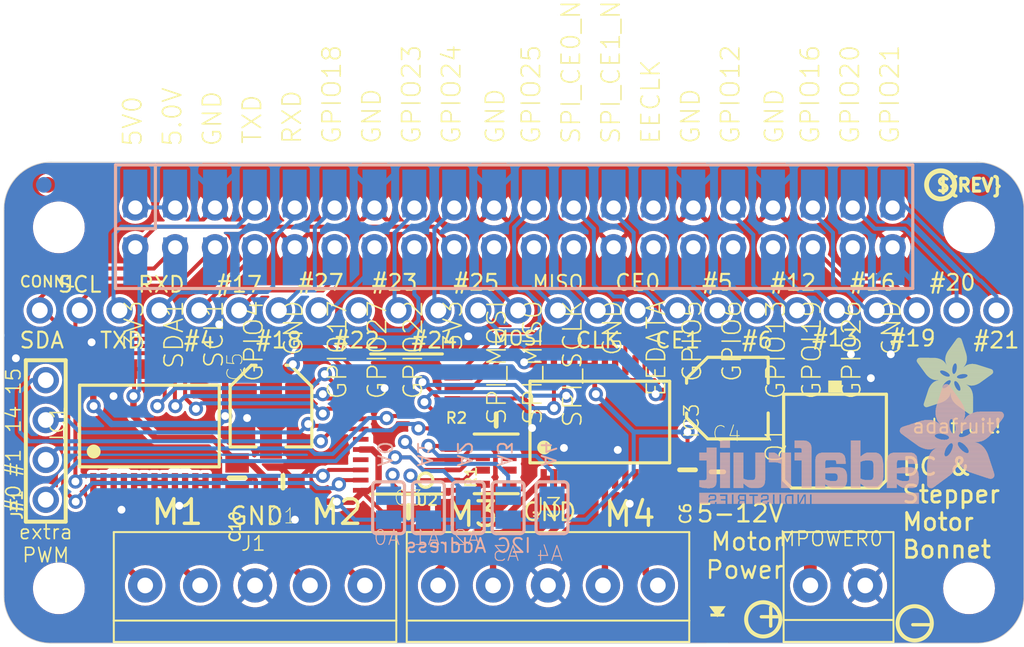
<source format=kicad_pcb>
(kicad_pcb (version 20221018) (generator pcbnew)
  (layers (0 "F.Cu" signal) (31 "B.Cu" signal) (34 "B.Paste" user) (35 "F.Paste" user) (36 "B.SilkS" user "B.Silkscreen") (37 "F.SilkS" user "F.Silkscreen") (38 "B.Mask" user) (39 "F.Mask" user) (44 "Edge.Cuts" user))
  (net 0 "")
  (net 1 "5.0V")
  (net 2 "SDA")
  (net 3 "SCL")
  (net 4 "GPIO4")
  (net 5 "GPIO17")
  (net 6 "GPIO27")
  (net 7 "GPIO22")
  (net 8 "SPI_MOSI")
  (net 9 "SPI_MISO")
  (net 10 "SPI_SCLK")
  (net 11 "GPIO5")
  (net 12 "GPIO6")
  (net 13 "GPIO13")
  (net 14 "GPIO19")
  (net 15 "GPIO26")
  (net 16 "3.3V")
  (net 17 "GND")
  (net 18 "TXD")
  (net 19 "RXD")
  (net 20 "GPIO18")
  (net 21 "GPIO24")
  (net 22 "GPIO25")
  (net 23 "SPI_CE0")
  (net 24 "SPI_CE1")
  (net 25 "EECLK")
  (net 26 "GPIO16")
  (net 27 "GPIO20")
  (net 28 "GPIO21")
  (net 29 "GPIO23")
  (net 30 "EEDATA")
  (net 31 "GPIO12")
  (net 32 "+12V")
  (net 33 "M1A")
  (net 34 "M1B")
  (net 35 "M2B")
  (net 36 "M2A")
  (net 37 "M3A")
  (net 38 "M3B")
  (net 39 "M4B")
  (net 40 "M4A")
  (net 41 "PWM0")
  (net 42 "PWM1")
  (net 43 "PWM2")
  (net 44 "PWM3")
  (net 45 "PWM4")
  (net 46 "PWM5")
  (net 47 "PWM6")
  (net 48 "PWM7")
  (net 49 "PWM8")
  (net 50 "PWM9")
  (net 51 "PWM10")
  (net 52 "PWM11")
  (net 53 "PWM12")
  (net 54 "PWM13")
  (net 55 "PWM14")
  (net 56 "PWM15")
  (net 57 "A0")
  (net 58 "A1")
  (net 59 "A2")
  (net 60 "A3")
  (net 61 "A4")
  (net 62 "VMOTOR")
  (net 63 "N$1")
  (footprint "working:1X2-3.5MM" (layer "F.Cu") (at 169.0871 116.6508)
    (fp_text reference "MPOWER0")
    (fp_text value "1X2-3.5MM" hide)
  )
  (footprint "working:0805-NO" (layer "F.Cu") (at 159.5621 109.2848 -90)
    (fp_text reference "C6")
    (fp_text value "10uF")
  )
  (footprint "working:D-PAK_TO252AA" (layer "F.Cu") (at 168.9601 106.6178 180)
    (fp_text reference "Q1")
    (fp_text value "AOD417")
  )
  (footprint "working:TSSOP28" (layer "F.Cu") (at 141.6551 106.3638 90)
    (fp_text reference "U2")
    (fp_text value "PCA9685")
  )
  (footprint "working:PI_BONNET_THMSMT" (layer "F.Cu") (at 116.0011 120.3338)
    (fp_text reference "RPI1" hide)
    (fp_text value "RASPBERRYPI_BPLUS_BONNET_THMSMT" hide)
    (fp_line (start 0 -27.6604) (end 0 -3) (stroke (width 0.05)) (layer "Edge.Cuts"))
    (fp_line (start 3 0) (end 62 0) (stroke (width 0.05)) (layer "Edge.Cuts"))
    (fp_line (start 62 -30.6604) (end 3 -30.6604) (stroke (width 0.05)) (layer "Edge.Cuts"))
    (fp_line (start 65 -3) (end 65 -27.6604) (stroke (width 0.05)) (layer "Edge.Cuts"))
    (fp_arc (start 0 -27.6604) (mid 0.87868 -29.78172) (end 3 -30.6604) (stroke (width 0.05)) (layer "Edge.Cuts"))
    (fp_arc (start 3 0) (mid 0.87868 -0.87868) (end 0 -3) (stroke (width 0.05)) (layer "Edge.Cuts"))
    (fp_arc (start 62 -30.6604) (mid 64.12132 -29.78172) (end 65 -27.6604) (stroke (width 0.05)) (layer "Edge.Cuts"))
    (fp_arc (start 65 -3) (mid 64.12132 -0.87868) (end 62 0) (stroke (width 0.05)) (layer "Edge.Cuts"))
  )
  (footprint "working:PANASONIC_C" (layer "F.Cu") (at 133.0191 105.2208 90)
    (fp_text reference "C5")
    (fp_text value "47uF+/16v")
  )
  (footprint "working:0603-NO" (layer "F.Cu") (at 147.3701 106.1098 180)
    (fp_text reference "R2")
    (fp_text value "10K")
  )
  (footprint "working:0603-NO" (layer "F.Cu") (at 161.4671 109.4118 90)
    (fp_text reference "R7" hide)
    (fp_text value "1K")
  )
  (footprint "working:0603-NO" (layer "F.Cu") (at 141.7821 111.9518)
    (fp_text reference "C3")
    (fp_text value "0.1uF")
  )
  (footprint "working:SSOP24" (layer "F.Cu") (at 125.2721 106.4908)
    (fp_text reference "IC1")
    (fp_text value "TB6612FNG")
  )
  (footprint "working:SSOP24" (layer "F.Cu") (at 153.9741 106.2368)
    (fp_text reference "IC3")
    (fp_text value "TB6612FNG")
  )
  (footprint "working:FIDUCIAL_1MM" (layer "F.Cu") (at 180.0091 116.6508)
    (fp_text reference "FID2" hide)
    (fp_text value "FIDUCIAL_1MM" hide)
  )
  (footprint "working:CHIPLED_0805_NOOUTLINE" (layer "F.Cu") (at 161.4671 118.3018 180)
    (fp_text reference "LED1" hide)
    (fp_text value "Green")
  )
  (footprint "working:1X05-3.5MM" (layer "F.Cu") (at 132.0031 116.6508)
    (fp_text reference "J1")
    (fp_text value "1X5" hide)
  )
  (footprint "working:FIDUCIAL_1MM" (layer "F.Cu") (at 118.7951 91.1238)
    (fp_text reference "FID1" hide)
    (fp_text value "FIDUCIAL_1MM" hide)
  )
  (footprint "working:PCBFEAT-REV-040" (layer "F.Cu") (at 175.6911 91.1238)
    (fp_text reference "U$6" hide)
    (fp_text value "" hide)
  )
  (footprint "working:FIDUCIAL_1MM" (layer "F.Cu") (at 117.0171 116.5238)
    (fp_text reference "FID3" hide)
    (fp_text value "FIDUCIAL_1MM" hide)
  )
  (footprint "working:0805-NO" (layer "F.Cu") (at 130.8601 109.7928 -90)
    (fp_text reference "C10")
    (fp_text value "10uF")
  )
  (footprint "working:1X04_ROUND" (layer "F.Cu") (at 118.6681 107.3798 90)
    (fp_text reference "JP1")
    (fp_text value "")
  )
  (footprint "working:PANASONIC_C" (layer "F.Cu") (at 162.1021 104.7128 180)
    (fp_text reference "C4")
    (fp_text value "47uF/16v")
  )
  (footprint "working:1X05-3.5MM" (layer "F.Cu") (at 150.6721 116.6508)
    (fp_text reference "J3")
    (fp_text value "1X5" hide)
  )
  (footprint "working:RESPACK_4X0603" (layer "F.Cu") (at 147.3701 108.9038 90)
    (fp_text reference "R1")
    (fp_text value "10K")
  )
  (footprint "working:1X25_ROUND_70MIL" (layer "F.Cu") (at 148.7671 99.1248)
    (fp_text reference "CONN1")
    (fp_text value "HEADER-1X25")
  )
  (footprint "working:ADAFRUIT_5MM" (layer "F.Cu") (at 174.1671 105.7288)
    (fp_text reference "U$51" hide)
    (fp_text value "" hide)
  )
  (footprint "working:0603-NO" (layer "F.Cu") (at 133.7811 110.0468)
    (fp_text reference "C1")
    (fp_text value "0.1uF")
  )
  (footprint "working:SOLDERJUMPER_REFLOW_NOPASTE" (layer "B.Cu") (at 143.0521 111.6978 90)
    (fp_text reference "A1")
    (fp_text value "" hide)
  )
  (footprint "working:ADAFRUIT_TEXT_20MM" (layer "B.Cu") (at 179.8821 111.4438 180)
    (fp_text reference "U$8" hide)
    (fp_text value "" hide)
  )
  (footprint "working:SOLDERJUMPER_REFLOW_NOPASTE" (layer "B.Cu") (at 145.5921 111.6978 90)
    (fp_text reference "A2")
    (fp_text value "" hide)
  )
  (footprint "working:SOLDERJUMPER_REFLOW_NOPASTE" (layer "B.Cu") (at 148.1321 111.6978 -90)
    (fp_text reference "A3")
    (fp_text value "" hide)
  )
  (footprint "working:SOLDERJUMPER_REFLOW_NOPASTE" (layer "B.Cu") (at 150.9261 111.6978 -90)
    (fp_text reference "A4")
    (fp_text value "" hide)
  )
  (footprint "working:SOLDERJUMPER_REFLOW_NOPASTE" (layer "B.Cu") (at 140.5121 111.6978 90)
    (fp_text reference "A0")
    (fp_text value "" hide)
  )
  (gr_line (start 117.3981 112.5868) (end 119.9381 112.5868) (stroke (width 0.254)) (layer "F.SilkS"))
  (gr_line (start 119.9381 112.5868) (end 119.9381 102.2998) (stroke (width 0.254)) (layer "F.SilkS"))
  (gr_line (start 119.9381 102.2998) (end 117.3981 102.2998) (stroke (width 0.254)) (layer "F.SilkS"))
  (gr_circle (center 174.0401 119.0638) (end 175.1325 119.0638) (stroke (width 0.254)) (fill none) (layer "F.SilkS"))
  (gr_line (start 117.3981 102.2998) (end 117.3981 112.5868) (stroke (width 0.254)) (layer "F.SilkS"))
  (gr_circle (center 164.3881 118.8098) (end 165.4805 118.8098) (stroke (width 0.254)) (fill none) (layer "F.SilkS"))
  (gr_line (start 116.0011 100.7758) (end 116.0011 100.6488) (stroke (width 0.05)) (layer "Edge.Cuts"))
  (gr_text "A4" (at 150.6721 108.2688 -90) (layer "B.SilkS") (effects (font (size 0.89408 0.89408) (thickness 0.12192)) (justify mirror)))
  (gr_text "A2" (at 145.3381 108.2688 -90) (layer "B.SilkS") (effects (font (size 0.89408 0.89408) (thickness 0.12192)) (justify mirror)))
  (gr_text "A3" (at 147.8781 108.2688 -90) (layer "B.SilkS") (effects (font (size 0.89408 0.89408) (thickness 0.12192)) (justify mirror)))
  (gr_text "I2C Address" (at 145.5921 114.1108) (layer "B.SilkS") (effects (font (size 0.89408 0.89408) (thickness 0.12192)) (justify mirror)))
  (gr_text "A0" (at 140.2581 108.2688 -90) (layer "B.SilkS") (effects (font (size 0.89408 0.89408) (thickness 0.12192)) (justify mirror)))
  (gr_text "A1" (at 142.7981 108.2688 -90) (layer "B.SilkS") (effects (font (size 0.89408 0.89408) (thickness 0.12192)) (justify mirror)))
  (gr_text "15" (at 117.1441 104.5858 90) (layer "F.SilkS") (effects (font (size 0.9144 0.9144) (thickness 0.1016)) (justify left bottom)))
  (gr_text "+" (at 163.7531 119.4448) (layer "F.SilkS") (effects (font (size 1.56464 1.56464) (thickness 0.21336)) (justify left bottom)))
  (gr_text "MOSI" (at 148.7671 100.9028) (layer "F.SilkS") (effects (font (size 0.89408 0.89408) (thickness 0.12192))))
  (gr_text "SDA" (at 118.4141 101.0298) (layer "F.SilkS") (effects (font (size 1.00584 1.00584) (thickness 0.13716))))
  (gr_text "#6" (at 164.0071 101.0298) (layer "F.SilkS") (effects (font (size 1.00584 1.00584) (thickness 0.13716))))
  (gr_text "DC &\nStepper\nMotor\nBonnet" (at 173.1511 114.9998) (layer "F.SilkS") (effects (font (size 1.0922 1.0922) (thickness 0.1778)) (justify left bottom)))
  (gr_text "#17" (at 130.9871 97.4738) (layer "F.SilkS") (effects (font (size 1.00584 1.00584) (thickness 0.13716))))
  (gr_text "#27" (at 136.1941 97.3468) (layer "F.SilkS") (effects (font (size 1.00584 1.00584) (thickness 0.13716))))
  (gr_text "adafruit!" (at 179.6281 105.9828) (layer "F.SilkS") (effects (font (size 0.89408 0.89408) (thickness 0.12192)) (justify right top)))
  (gr_text "#21" (at 179.2471 101.0298) (layer "F.SilkS") (effects (font (size 1.00584 1.00584) (thickness 0.13716))))
  (gr_text "RXD" (at 126.0341 97.4738) (layer "F.SilkS") (effects (font (size 1.00584 1.00584) (thickness 0.13716))))
  (gr_text "CE0" (at 156.3871 97.3468) (layer "F.SilkS") (effects (font (size 1.00584 1.00584) (thickness 0.13716))))
  (gr_text "#25" (at 146.1001 97.3468) (layer "F.SilkS") (effects (font (size 1.00584 1.00584) (thickness 0.13716))))
  (gr_text "SCL" (at 120.8271 97.4738) (layer "F.SilkS") (effects (font (size 1.00584 1.00584) (thickness 0.13716))))
  (gr_text "M3" (at 147.6241 111.1898) (layer "F.SilkS") (effects (font (size 1.56464 1.56464) (thickness 0.21336)) (justify right top)))
  (gr_text "M1" (at 128.8281 111.0628) (layer "F.SilkS") (effects (font (size 1.56464 1.56464) (thickness 0.21336)) (justify right top)))
  (gr_text "#13" (at 168.9601 100.9028) (layer "F.SilkS") (effects (font (size 1.00584 1.00584) (thickness 0.13716))))
  (gr_text "#19" (at 173.9131 100.9028) (layer "F.SilkS") (effects (font (size 1.00584 1.00584) (thickness 0.13716))))
  (gr_text "CLK" (at 153.8471 101.0298) (layer "F.SilkS") (effects (font (size 1.00584 1.00584) (thickness 0.13716))))
  (gr_text "#4" (at 128.4471 101.0298) (layer "F.SilkS") (effects (font (size 1.00584 1.00584) (thickness 0.13716))))
  (gr_text "#18" (at 133.5271 101.0298) (layer "F.SilkS") (effects (font (size 1.00584 1.00584) (thickness 0.13716))))
  (gr_text "#0" (at 117.1441 112.0788 90) (layer "F.SilkS") (effects (font (size 0.9144 0.9144) (thickness 0.1016)) (justify left bottom)))
  (gr_text "M2" (at 138.9881 111.0628) (layer "F.SilkS") (effects (font (size 1.56464 1.56464) (thickness 0.21336)) (justify right top)))
  (gr_text "GND" (at 152.5771 111.3168) (layer "F.SilkS") (effects (font (size 1.1176 1.1176) (thickness 0.1524)) (justify right top)))
  (gr_text "#22" (at 138.4801 101.0298) (layer "F.SilkS") (effects (font (size 1.00584 1.00584) (thickness 0.13716))))
  (gr_text "#1" (at 117.1441 109.7928 90) (layer "F.SilkS") (effects (font (size 0.9144 0.9144) (thickness 0.1016)) (justify left bottom)))
  (gr_text "#23" (at 140.8931 97.3468) (layer "F.SilkS") (effects (font (size 1.00584 1.00584) (thickness 0.13716))))
  (gr_text "#20" (at 176.4531 97.3468) (layer "F.SilkS") (effects (font (size 1.00584 1.00584) (thickness 0.13716))))
  (gr_text "-" (at 173.4051 119.9528) (layer "F.SilkS") (effects (font (size 1.56464 1.56464) (thickness 0.21336)) (justify left bottom)))
  (gr_text "#24" (at 143.4331 101.0298) (layer "F.SilkS") (effects (font (size 1.00584 1.00584) (thickness 0.13716))))
  (gr_text "extra\nPWM" (at 118.6681 113.9838) (layer "F.SilkS") (effects (font (size 0.9144 0.9144) (thickness 0.1016))))
  (gr_text "MISO" (at 151.3071 97.3468) (layer "F.SilkS") (effects (font (size 0.89408 0.89408) (thickness 0.12192))))
  (gr_text "#12" (at 166.2931 97.3468) (layer "F.SilkS") (effects (font (size 1.00584 1.00584) (thickness 0.13716))))
  (gr_text "TXD" (at 123.4941 101.0298) (layer "F.SilkS") (effects (font (size 1.00584 1.00584) (thickness 0.13716))))
  (gr_text "#5" (at 161.4671 97.3468) (layer "F.SilkS") (effects (font (size 1.00584 1.00584) (thickness 0.13716))))
  (gr_text "#16" (at 171.3731 97.3468) (layer "F.SilkS") (effects (font (size 1.00584 1.00584) (thickness 0.13716))))
  (gr_text "5-12V\nMotor\nPower" (at 165.7851 113.8568) (layer "F.SilkS") (effects (font (size 1.1176 1.1176) (thickness 0.1524)) (justify right)))
  (gr_text "CE1" (at 158.9271 101.0298) (layer "F.SilkS") (effects (font (size 1.00584 1.00584) (thickness 0.13716))))
  (gr_text "14" (at 117.1441 106.9988 90) (layer "F.SilkS") (effects (font (size 0.9144 0.9144) (thickness 0.1016)) (justify left bottom)))
  (gr_text "M4" (at 157.6571 111.1898) (layer "F.SilkS") (effects (font (size 1.56464 1.56464) (thickness 0.21336)) (justify right top)))
  (gr_text "GND" (at 133.9081 111.5708) (layer "F.SilkS") (effects (font (size 1.1176 1.1176) (thickness 0.1524)) (justify right top)))
  (segment (start 125.2581 92.5638) (end 124.3707 91.6764) (width 0.254) (layer "B.Cu") (net 1))
  (segment (start 124.3711 91.6768) (end 124.3711 92.5638) (width 0.254) (layer "B.Cu") (net 1))
  (segment (start 126.9111 91.6768) (end 126.9111 92.5638) (width 0.254) (layer "B.Cu") (net 1))
  (segment (start 126.9111 91.6768) (end 126.9107 91.6764) (width 0.254) (layer "B.Cu") (net 1))
  (segment (start 124.3711 91.6768) (end 124.3707 91.6764) (width 0.254) (layer "B.Cu") (net 1))
  (segment (start 126.9111 92.5638) (end 125.2581 92.5638) (width 0.254) (layer "B.Cu") (net 1))
  (segment (start 120.09835 109.37855) (end 119.77215 109.70475) (width 0.254) (layer "F.Cu") (net 2))
  (segment (start 125.5571 96.4578) (end 120.1921 96.4578) (width 0.254) (layer "F.Cu") (net 2))
  (segment (start 120.1921 96.4578) (end 118.2871 98.3628) (width 0.254) (layer "F.Cu") (net 2))
  (segment (start 119.77215 110.51585) (end 120.5731 111.3168) (width 0.254) (layer "F.Cu") (net 2))
  (segment (start 120.09835 100.68205) (end 120.09835 109.37855) (width 0.254) (layer "F.Cu") (net 2))
  (segment (start 118.5411 99.1248) (end 118.2871 99.1248) (width 0.254) (layer "F.Cu") (net 2))
  (segment (start 119.77215 109.70475) (end 119.77215 110.51585) (width 0.254) (layer "F.Cu") (net 2))
  (segment (start 118.2871 98.3628) (end 118.2871 99.1248) (width 0.254) (layer "F.Cu") (net 2))
  (segment (start 137.617312 109.9388) (end 137.348912 110.2072) (width 0.254) (layer "F.Cu") (net 2))
  (segment (start 118.5411 99.1248) (end 120.09835 100.68205) (width 0.254) (layer "F.Cu") (net 2))
  (segment (start 126.9111 95.1038) (end 125.5571 96.4578) (width 0.254) (layer "F.Cu") (net 2))
  (segment (start 138.7373 109.9388) (end 137.617312 109.9388) (width 0.254) (layer "F.Cu") (net 2))
  (via (at 120.5731 111.3168) (size 0.9064) (drill 0.5) (layers "F.Cu" "B.Cu") (net 2))
  (via (at 137.348912 110.2072) (size 0.9064) (drill 0.5) (layers "F.Cu" "B.Cu") (net 2))
  (segment (start 126.9111 95.994) (end 126.9107 95.9944) (width 0.254) (layer "B.Cu") (net 2))
  (segment (start 135.6353 110.123) (end 135.961496 110.449197) (width 0.254) (layer "B.Cu") (net 2))
  (segment (start 126.9111 95.1038) (end 126.9111 95.994) (width 0.254) (layer "B.Cu") (net 2))
  (segment (start 135.6353 110.123) (end 121.6399 110.123) (width 0.254) (layer "B.Cu") (net 2))
  (segment (start 135.961496 110.449197) (end 137.106915 110.449197) (width 0.254) (layer "B.Cu") (net 2))
  (segment (start 120.5731 111.3168) (end 120.4461 111.3168) (width 0.254) (layer "B.Cu") (net 2))
  (segment (start 121.6399 110.123) (end 120.4461 111.3168) (width 0.254) (layer "B.Cu") (net 2))
  (segment (start 137.106915 110.449197) (end 137.348912 110.2072) (width 0.254) (layer "B.Cu") (net 2))
  (segment (start 120.55555 99.39635) (end 120.55555 110.02925) (width 0.254) (layer "F.Cu") (net 3))
  (segment (start 120.8271 98.6168) (end 120.8271 99.1248) (width 0.254) (layer "F.Cu") (net 3))
  (segment (start 120.8271 99.1248) (end 120.55555 99.39635) (width 0.254) (layer "F.Cu") (net 3))
  (segment (start 127.4621 97.0928) (end 122.3511 97.0928) (width 0.254) (layer "F.Cu") (net 3))
  (segment (start 138.7373 109.2888) (end 136.6981 109.2888) (width 0.254) (layer "F.Cu") (net 3))
  (segment (start 122.3511 97.0928) (end 120.8271 98.6168) (width 0.254) (layer "F.Cu") (net 3))
  (segment (start 129.4511 95.1038) (end 127.4621 97.0928) (width 0.254) (layer "F.Cu") (net 3))
  (segment (start 136.6981 109.2888) (end 136.3211 109.6658) (width 0.254) (layer "F.Cu") (net 3))
  (via (at 120.55555 110.02925) (size 0.9064) (drill 0.5) (layers "F.Cu" "B.Cu") (net 3))
  (via (at 136.3211 109.6658) (size 0.9064) (drill 0.5) (layers "F.Cu" "B.Cu") (net 3))
  (segment (start 129.4511 95.1038) (end 129.4511 95.994) (width 0.254) (layer "B.Cu") (net 3))
  (segment (start 136.3211 109.6658) (end 120.919 109.6658) (width 0.254) (layer "B.Cu") (net 3))
  (segment (start 120.919 109.6658) (end 120.55555 110.02925) (width 0.254) (layer "B.Cu") (net 3))
  (segment (start 129.4511 95.994) (end 129.4507 95.9944) (width 0.254) (layer "B.Cu") (net 3))
  (segment (start 131.9911 95.5808) (end 128.4471 99.1248) (width 0.254) (layer "F.Cu") (net 4))
  (segment (start 131.9911 95.1038) (end 131.9911 95.5808) (width 0.254) (layer "F.Cu") (net 4))
  (segment (start 131.9911 95.1038) (end 131.9907 95.1042) (width 0.254) (layer "B.Cu") (net 4))
  (segment (start 131.9907 95.1042) (end 131.9907 95.9944) (width 0.254) (layer "B.Cu") (net 4))
  (segment (start 132.2571 97.8548) (end 130.9871 99.1248) (width 0.254) (layer "F.Cu") (net 5))
  (segment (start 137.0711 95.1038) (end 137.0711 97.1048) (width 0.254) (layer "F.Cu") (net 5))
  (segment (start 137.0711 97.1048) (end 136.3211 97.8548) (width 0.254) (layer "F.Cu") (net 5))
  (segment (start 136.3211 97.8548) (end 132.2571 97.8548) (width 0.254) (layer "F.Cu") (net 5))
  (segment (start 137.0707 95.1042) (end 137.0707 95.9944) (width 0.254) (layer "B.Cu") (net 5))
  (segment (start 137.0711 95.1038) (end 137.0707 95.1042) (width 0.254) (layer "B.Cu") (net 5))
  (segment (start 139.6107 95.9944) (end 139.6107 96.3432) (width 0.254) (layer "B.Cu") (net 6))
  (segment (start 136.8291 99.1248) (end 136.0671 99.1248) (width 0.254) (layer "B.Cu") (net 6))
  (segment (start 139.6111 95.1038) (end 139.6107 95.1042) (width 0.254) (layer "B.Cu") (net 6))
  (segment (start 139.6107 95.1042) (end 139.6107 95.9944) (width 0.254) (layer "B.Cu") (net 6))
  (segment (start 139.6107 96.3432) (end 136.8291 99.1248) (width 0.254) (layer "B.Cu") (net 6))
  (segment (start 142.1507 95.9944) (end 142.1507 98.0964) (width 0.254) (layer "B.Cu") (net 7))
  (segment (start 142.1507 95.1042) (end 142.1507 95.9944) (width 0.2032) (layer "B.Cu") (net 7))
  (segment (start 142.4171 98.3628) (end 142.4171 99.7598) (width 0.254) (layer "B.Cu") (net 7))
  (segment (start 139.8771 100.3948) (end 138.6071 99.1248) (width 0.254) (layer "B.Cu") (net 7))
  (segment (start 142.1511 95.1038) (end 142.1507 95.1042) (width 0.2032) (layer "B.Cu") (net 7))
  (segment (start 142.4171 99.7598) (end 141.7821 100.3948) (width 0.254) (layer "B.Cu") (net 7))
  (segment (start 142.1507 98.0964) (end 142.4171 98.3628) (width 0.254) (layer "B.Cu") (net 7))
  (segment (start 141.7821 100.3948) (end 139.8771 100.3948) (width 0.254) (layer "B.Cu") (net 7))
  (segment (start 147.2307 95.9944) (end 147.2311 95.9944) (width 0.254) (layer "B.Cu") (net 8))
  (segment (start 147.2311 95.9944) (end 147.2311 95.1038) (width 0.254) (layer "B.Cu") (net 8))
  (segment (start 147.2307 97.5884) (end 148.7671 99.1248) (width 0.254) (layer "B.Cu") (net 8))
  (segment (start 147.2307 95.9944) (end 147.2307 97.5884) (width 0.254) (layer "B.Cu") (net 8))
  (segment (start 149.7707 95.1042) (end 149.7707 95.9944) (width 0.254) (layer "B.Cu") (net 9))
  (segment (start 149.7707 95.9944) (end 149.7707 97.5884) (width 0.254) (layer "B.Cu") (net 9))
  (segment (start 149.7711 95.1038) (end 149.7707 95.1042) (width 0.254) (layer "B.Cu") (net 9))
  (segment (start 149.7707 97.5884) (end 151.3071 99.1248) (width 0.254) (layer "B.Cu") (net 9))
  (segment (start 152.3107 95.1042) (end 152.3107 95.9944) (width 0.254) (layer "B.Cu") (net 10))
  (segment (start 152.3111 95.1038) (end 152.3107 95.1042) (width 0.254) (layer "B.Cu") (net 10))
  (segment (start 152.3107 97.5884) (end 153.8471 99.1248) (width 0.254) (layer "B.Cu") (net 10))
  (segment (start 152.3107 95.9944) (end 152.3107 97.5884) (width 0.254) (layer "B.Cu") (net 10))
  (segment (start 159.9307 95.9944) (end 159.9307 97.5884) (width 0.254) (layer "B.Cu") (net 11))
  (segment (start 159.9307 95.1042) (end 159.9307 95.9944) (width 0.254) (layer "B.Cu") (net 11))
  (segment (start 159.9307 97.5884) (end 161.4671 99.1248) (width 0.254) (layer "B.Cu") (net 11))
  (segment (start 159.9311 95.1038) (end 159.9307 95.1042) (width 0.254) (layer "B.Cu") (net 11))
  (segment (start 162.4711 95.1038) (end 162.4711 95.994) (width 0.254) (layer "B.Cu") (net 12))
  (segment (start 162.4711 95.994) (end 162.4707 95.9944) (width 0.254) (layer "B.Cu") (net 12))
  (segment (start 162.4707 95.9944) (end 162.4707 97.5884) (width 0.254) (layer "B.Cu") (net 12))
  (segment (start 162.4707 97.5884) (end 164.0071 99.1248) (width 0.254) (layer "B.Cu") (net 12))
  (segment (start 167.8171 97.8548) (end 166.658125 97.8548) (width 0.254) (layer "B.Cu") (net 13))
  (segment (start 166.658125 97.8548) (end 165.0107 96.207375) (width 0.254) (layer "B.Cu") (net 13))
  (segment (start 165.0107 95.9944) (end 165.0107 96.207375) (width 0.254) (layer "B.Cu") (net 13))
  (segment (start 165.0111 95.1038) (end 165.0107 95.1042) (width 0.254) (layer "B.Cu") (net 13))
  (segment (start 165.0107 95.1042) (end 165.0107 95.9944) (width 0.254) (layer "B.Cu") (net 13))
  (segment (start 169.0871 99.1248) (end 167.8171 97.8548) (width 0.254) (layer "B.Cu") (net 13))
  (segment (start 174.1671 98.8708) (end 174.1671 99.1248) (width 0.254) (layer "F.Cu") (net 14))
  (segment (start 172.3891 97.0928) (end 169.540103 97.0928) (width 0.254) (layer "F.Cu") (net 14))
  (segment (start 174.1671 98.8708) (end 172.3891 97.0928) (width 0.254) (layer "F.Cu") (net 14))
  (segment (start 169.540103 97.0928) (end 167.5511 95.1038) (width 0.254) (layer "F.Cu") (net 14))
  (segment (start 167.5511 95.1038) (end 167.5507 95.1042) (width 0.254) (layer "B.Cu") (net 14))
  (segment (start 167.5507 95.1042) (end 167.5507 95.9944) (width 0.254) (layer "B.Cu") (net 14))
  (segment (start 170.0911 95.994) (end 170.0907 95.9944) (width 0.254) (layer "B.Cu") (net 15))
  (segment (start 170.0911 95.1038) (end 170.0911 95.994) (width 0.254) (layer "B.Cu") (net 15))
  (segment (start 140.1003 111.9518) (end 138.8457 110.6972) (width 0.254) (layer "F.Cu") (net 16))
  (segment (start 124.2561 104.5858) (end 124.2561 105.8558) (width 0.4064) (layer "F.Cu") (net 16))
  (segment (start 133.5271 111.3168) (end 132.9311 110.7208) (width 0.4064) (layer "F.Cu") (net 16))
  (segment (start 138.8457 110.6972) (end 138.7822 110.6337) (width 0.254) (layer "F.Cu") (net 16))
  (segment (start 125.6841 93.7908) (end 143.3781 93.7908) (width 0.254) (layer "F.Cu") (net 16))
  (segment (start 124.297096 104.544804) (end 124.2561 104.5858) (width 0.254) (layer "F.Cu") (net 16))
  (segment (start 138.8457 110.6972) (end 138.2261 111.3168) (width 0.4064) (layer "F.Cu") (net 16))
  (segment (start 139.8771 108.3958) (end 139.4701 107.9888) (width 0.4064) (layer "F.Cu") (net 16))
  (segment (start 129.2701 107.2528) (end 130.8601 108.8428) (width 0.4064) (layer "F.Cu") (net 16))
  (segment (start 125.6531 107.2528) (end 129.2701 107.2528) (width 0.4064) (layer "F.Cu") (net 16))
  (segment (start 139.8771 108.3958) (end 139.8771 110.0468) (width 0.4064) (layer "F.Cu") (net 16))
  (segment (start 153.7201 104.4588) (end 153.6491 104.3878) (width 0.3048) (layer "F.Cu") (net 16))
  (segment (start 124.2561 105.8558) (end 125.6531 107.2528) (width 0.4064) (layer "F.Cu") (net 16))
  (segment (start 159.5621 108.3348) (end 159.5621 106.8718) (width 0.254) (layer "F.Cu") (net 16))
  (segment (start 138.2261 111.3168) (end 137.2101 111.3168) (width 0.4064) (layer "F.Cu") (net 16))
  (segment (start 124.2971 104.5448) (end 124.2561 104.5858) (width 0.254) (layer "F.Cu") (net 16))
  (segment (start 124.2971 102.8658) (end 124.2971 104.5448) (width 0.254) (layer "F.Cu") (net 16))
  (segment (start 131.7271 108.8428) (end 130.8601 108.8428) (width 0.4064) (layer "F.Cu") (net 16))
  (segment (start 132.9311 110.0468) (end 132.9311 110.7208) (width 0.4064) (layer "F.Cu") (net 16))
  (segment (start 125.6841 93.7908) (end 124.3711 95.1038) (width 0.254) (layer "F.Cu") (net 16))
  (segment (start 140.9321 111.9518) (end 140.1003 111.9518) (width 0.254) (layer "F.Cu") (net 16))
  (segment (start 159.341609 108.11431) (end 159.5621 108.3348) (width 0.3048) (layer "F.Cu") (net 16))
  (segment (start 153.6491 102.6118) (end 152.9991 102.6118) (width 0.3048) (layer "F.Cu") (net 16))
  (segment (start 139.8771 110.0468) (end 139.2902 110.6337) (width 0.4064) (layer "F.Cu") (net 16))
  (segment (start 139.2902 110.6337) (end 138.7822 110.6337) (width 0.4064) (layer "F.Cu") (net 16))
  (segment (start 143.3781 93.7908) (end 144.6911 95.1038) (width 0.254) (layer "F.Cu") (net 16))
  (segment (start 153.6491 102.6118) (end 153.6491 104.3878) (width 0.3048) (layer "F.Cu") (net 16))
  (segment (start 132.9311 110.0468) (end 131.7271 108.8428) (width 0.4064) (layer "F.Cu") (net 16))
  (segment (start 137.2101 111.3168) (end 133.5271 111.3168) (width 0.4064) (layer "F.Cu") (net 16))
  (segment (start 138.7822 110.6337) (end 138.7373 110.5888) (width 0.254) (layer "F.Cu") (net 16))
  (segment (start 139.4701 107.9888) (end 138.7373 107.9888) (width 0.4064) (layer "F.Cu") (net 16))
  (segment (start 124.9471 102.8658) (end 124.2971 102.8658) (width 0.254) (layer "F.Cu") (net 16))
  (via (at 137.2101 111.3168) (size 0.9064) (drill 0.5) (layers "F.Cu" "B.Cu") (net 16))
  (via (at 159.5621 106.8718) (size 0.9064) (drill 0.5) (layers "F.Cu" "B.Cu") (net 16))
  (via (at 124.2561 104.5858) (size 0.9064) (drill 0.5) (layers "F.Cu" "B.Cu") (net 16))
  (via (at 153.7201 104.4588) (size 0.9064) (drill 0.5) (layers "F.Cu" "B.Cu") (net 16))
  (segment (start 124.6371 96.2608) (end 124.3707 95.9944) (width 0.254) (layer "B.Cu") (net 16))
  (segment (start 145.5921 112.4598) (end 143.0521 112.4598) (width 0.254) (layer "B.Cu") (net 16))
  (segment (start 148.1321 112.4598) (end 150.9261 112.4598) (width 0.254) (layer "B.Cu") (net 16))
  (segment (start 153.0851 112.4598) (end 150.9261 112.4598) (width 0.254) (layer "B.Cu") (net 16))
  (segment (start 145.5921 112.4598) (end 148.1321 112.4598) (width 0.254) (layer "B.Cu") (net 16))
  (segment (start 159.5621 106.8718) (end 156.1331 106.8718) (width 0.3048) (layer "B.Cu") (net 16))
  (segment (start 140.5121 112.4598) (end 138.3531 112.4598) (width 0.254) (layer "B.Cu") (net 16))
  (segment (start 124.6371 104.2048) (end 124.2561 104.5858) (width 0.254) (layer "B.Cu") (net 16))
  (segment (start 156.1331 106.8718) (end 156.1331 109.4118) (width 0.254) (layer "B.Cu") (net 16))
  (segment (start 156.1331 109.4118) (end 153.0851 112.4598) (width 0.254) (layer "B.Cu") (net 16))
  (segment (start 124.3711 95.994) (end 124.3707 95.9944) (width 0.254) (layer "B.Cu") (net 16))
  (segment (start 124.6371 96.2608) (end 124.6371 104.2048) (width 0.254) (layer "B.Cu") (net 16))
  (segment (start 124.3711 95.1038) (end 124.3711 95.994) (width 0.254) (layer "B.Cu") (net 16))
  (segment (start 143.0521 112.4598) (end 140.5121 112.4598) (width 0.254) (layer "B.Cu") (net 16))
  (segment (start 138.3531 112.4598) (end 137.2101 111.3168) (width 0.254) (layer "B.Cu") (net 16))
  (segment (start 144.6911 95.994) (end 144.6911 95.1038) (width 0.254) (layer "B.Cu") (net 16))
  (segment (start 156.1331 106.8718) (end 153.7201 104.4588) (width 0.3048) (layer "B.Cu") (net 16))
  (segment (start 144.6907 95.9944) (end 144.6911 95.994) (width 0.254) (layer "B.Cu") (net 16))
  (via (at 172.5161 101.9188) (size 0.9064) (drill 0.5) (layers "F.Cu" "B.Cu") (net 17))
  (via (at 123.4941 111.8248) (size 0.9064) (drill 0.5) (layers "F.Cu" "B.Cu") (net 17))
  (via (at 121.5891 101.1568) (size 0.9064) (drill 0.5) (layers "F.Cu" "B.Cu") (net 17))
  (via (at 145.5921 100.7758) (size 0.9064) (drill 0.5) (layers "F.Cu" "B.Cu") (net 17))
  (via (at 134.5431 112.4598) (size 0.9064) (drill 0.5) (layers "F.Cu" "B.Cu") (net 17))
  (via (at 129.7171 100.0138) (size 0.9064) (drill 0.5) (layers "F.Cu" "B.Cu") (net 17))
  (via (at 116.7631 102.1728) (size 0.9064) (drill 0.5) (layers "F.Cu" "B.Cu") (net 17))
  (via (at 151.6881 107.8878) (size 0.9064) (drill 0.5) (layers "F.Cu" "B.Cu") (net 17))
  (via (at 127.1771 111.5708) (size 0.9064) (drill 0.5) (layers "F.Cu" "B.Cu") (net 17))
  (via (at 171.2461 103.4428) (size 0.9064) (drill 0.5) (layers "F.Cu" "B.Cu") (net 17))
  (via (at 122.9861 104.5858) (size 0.9064) (drill 0.5) (layers "F.Cu" "B.Cu") (net 17))
  (via (at 155.1171 108.0148) (size 0.9064) (drill 0.5) (layers "F.Cu" "B.Cu") (net 17))
  (via (at 131.4951 105.9828) (size 0.9064) (drill 0.5) (layers "F.Cu" "B.Cu") (net 17))
  (via (at 149.6561 106.6178) (size 0.9064) (drill 0.5) (layers "F.Cu" "B.Cu") (net 17))
  (via (at 155.8791 111.4438) (size 0.9064) (drill 0.5) (layers "F.Cu" "B.Cu") (net 17))
  (via (at 140.2581 104.0778) (size 0.9064) (drill 0.5) (layers "F.Cu" "B.Cu") (net 17))
  (via (at 169.9761 101.9188) (size 0.9064) (drill 0.5) (layers "F.Cu" "B.Cu") (net 17))
  (segment (start 134.5307 95.1042) (end 134.5307 95.9944) (width 0.254) (layer "B.Cu") (net 17))
  (segment (start 129.4511 92.5638) (end 129.4507 92.5634) (width 0.254) (layer "B.Cu") (net 17))
  (segment (start 134.5311 95.1038) (end 134.5307 95.1042) (width 0.254) (layer "B.Cu") (net 17))
  (segment (start 129.4507 91.6764) (end 129.4507 92.5634) (width 0.254) (layer "B.Cu") (net 17))
  (segment (start 131.9911 92.6598) (end 130.8601 93.7908) (width 0.254) (layer "B.Cu") (net 18))
  (segment (start 123.3671 99.1248) (end 122.9861 98.7438) (width 0.254) (layer "B.Cu") (net 18))
  (segment (start 131.9911 92.5638) (end 131.9907 92.5634) (width 0.254) (layer "B.Cu") (net 18))
  (segment (start 130.8601 93.7908) (end 123.4941 93.7908) (width 0.254) (layer "B.Cu") (net 18))
  (segment (start 122.9861 94.2988) (end 122.9861 98.7438) (width 0.254) (layer "B.Cu") (net 18))
  (segment (start 131.9907 91.6764) (end 131.9907 92.5634) (width 0.254) (layer "B.Cu") (net 18))
  (segment (start 123.4941 93.7908) (end 122.9861 94.2988) (width 0.254) (layer "B.Cu") (net 18))
  (segment (start 131.9911 92.5638) (end 131.9911 92.6598) (width 0.254) (layer "B.Cu") (net 18))
  (segment (start 133.1595 97.578575) (end 132.781675 97.9564) (width 0.254) (layer "B.Cu") (net 19))
  (segment (start 134.5307 92.5634) (end 134.5311 92.5638) (width 0.254) (layer "B.Cu") (net 19))
  (segment (start 132.781675 97.9564) (end 127.963131 97.9564) (width 0.254) (layer "B.Cu") (net 19))
  (segment (start 134.5307 91.6764) (end 134.5307 92.5634) (width 0.254) (layer "B.Cu") (net 19))
  (segment (start 133.1595 94.619832) (end 133.1595 97.578575) (width 0.254) (layer "B.Cu") (net 19))
  (segment (start 127.937731 97.9818) (end 127.0501 97.9818) (width 0.254) (layer "B.Cu") (net 19))
  (segment (start 127.963131 97.9564) (end 127.937731 97.9818) (width 0.254) (layer "B.Cu") (net 19))
  (segment (start 134.5307 91.6764) (end 134.5307 93.1682) (width 0.254) (layer "B.Cu") (net 19))
  (segment (start 134.5307 93.1682) (end 133.1461 94.5528) (width 0.254) (layer "B.Cu") (net 19))
  (segment (start 133.1461 94.5528) (end 133.1461 94.606432) (width 0.254) (layer "B.Cu") (net 19))
  (segment (start 133.1461 94.606432) (end 133.1595 94.619832) (width 0.254) (layer "B.Cu") (net 19))
  (segment (start 127.0501 97.9818) (end 125.9071 99.1248) (width 0.254) (layer "B.Cu") (net 19))
  (segment (start 135.8131 93.8218) (end 135.8131 97.8548) (width 0.254) (layer "B.Cu") (net 20))
  (segment (start 137.0711 92.5638) (end 135.8131 93.8218) (width 0.254) (layer "B.Cu") (net 20))
  (segment (start 137.0707 91.6764) (end 137.0707 92.5634) (width 0.254) (layer "B.Cu") (net 20))
  (segment (start 134.7971 97.8548) (end 133.5271 99.1248) (width 0.254) (layer "B.Cu") (net 20))
  (segment (start 137.0711 92.5638) (end 137.0707 92.5634) (width 0.254) (layer "B.Cu") (net 20))
  (segment (start 135.8131 97.8548) (end 134.7971 97.8548) (width 0.254) (layer "B.Cu") (net 20))
  (segment (start 144.6907 91.6764) (end 144.6907 92.6602) (width 0.254) (layer "B.Cu") (net 21))
  (segment (start 143.6871 99.1248) (end 143.4331 98.8708) (width 0.254) (layer "B.Cu") (net 21))
  (segment (start 144.6907 91.6764) (end 144.6907 92.5634) (width 0.254) (layer "B.Cu") (net 21))
  (segment (start 144.6911 92.5638) (end 144.6907 92.5634) (width 0.254) (layer "B.Cu") (net 21))
  (segment (start 144.6907 92.6602) (end 143.4331 93.9178) (width 0.254) (layer "B.Cu") (net 21))
  (segment (start 143.4331 93.9178) (end 143.4331 98.8708) (width 0.254) (layer "B.Cu") (net 21))
  (segment (start 148.5131 93.8218) (end 148.5131 97.4738) (width 0.254) (layer "B.Cu") (net 22))
  (segment (start 149.7707 91.6764) (end 149.7707 92.5642) (width 0.254) (layer "B.Cu") (net 22))
  (segment (start 149.5291 100.3948) (end 147.4971 100.3948) (width 0.254) (layer "B.Cu") (net 22))
  (segment (start 150.1387 98.7438) (end 149.2435 97.8486) (width 0.254) (layer "B.Cu") (net 22))
  (segment (start 148.871925 97.8486) (end 148.6785 97.655175) (width 0.254) (layer "B.Cu") (net 22))
  (segment (start 149.7711 92.5638) (end 149.7707 92.5642) (width 0.254) (layer "B.Cu") (net 22))
  (segment (start 149.2435 97.8486) (end 148.871925 97.8486) (width 0.254) (layer "B.Cu") (net 22))
  (segment (start 147.4971 100.3948) (end 146.2271 99.1248) (width 0.254) (layer "B.Cu") (net 22))
  (segment (start 148.6785 97.6392) (end 148.6785 97.655175) (width 0.254) (layer "B.Cu") (net 22))
  (segment (start 149.7707 92.5642) (end 148.5131 93.8218) (width 0.254) (layer "B.Cu") (net 22))
  (segment (start 150.1387 98.7438) (end 150.1387 99.7852) (width 0.254) (layer "B.Cu") (net 22))
  (segment (start 150.1387 99.7852) (end 149.5291 100.3948) (width 0.254) (layer "B.Cu") (net 22))
  (segment (start 148.6785 97.6392) (end 148.5131 97.4738) (width 0.254) (layer "B.Cu") (net 22))
  (segment (start 154.8631 98.2358) (end 154.4759 97.8486) (width 0.254) (layer "B.Cu") (net 23))
  (segment (start 154.4759 97.8486) (end 153.951925 97.8486) (width 0.254) (layer "B.Cu") (net 23))
  (segment (start 153.5931 93.9178) (end 152.3107 92.6354) (width 0.254) (layer "B.Cu") (net 23))
  (segment (start 153.5931 93.9178) (end 153.5931 97.489775) (width 0.254) (layer "B.Cu") (net 23))
  (segment (start 153.951925 97.8486) (end 153.5931 97.489775) (width 0.254) (layer "B.Cu") (net 23))
  (segment (start 152.3107 91.6764) (end 152.3107 92.5634) (width 0.254) (layer "B.Cu") (net 23))
  (segment (start 156.3871 99.1248) (end 155.4981 98.2358) (width 0.254) (layer "B.Cu") (net 23))
  (segment (start 152.3111 92.5638) (end 152.3107 92.5634) (width 0.254) (layer "B.Cu") (net 23))
  (segment (start 152.3107 91.6764) (end 152.3107 92.6354) (width 0.254) (layer "B.Cu") (net 23))
  (segment (start 155.4981 98.2358) (end 154.8631 98.2358) (width 0.254) (layer "B.Cu") (net 23))
  (segment (start 156.1331 94.1718) (end 156.1331 97.489775) (width 0.254) (layer "B.Cu") (net 24))
  (segment (start 154.8507 91.6764) (end 154.8507 92.8894) (width 0.254) (layer "B.Cu") (net 24))
  (segment (start 156.8889 97.8486) (end 156.491925 97.8486) (width 0.254) (layer "B.Cu") (net 24))
  (segment (start 156.1331 94.1718) (end 154.8507 92.8894) (width 0.254) (layer "B.Cu") (net 24))
  (segment (start 158.9271 99.1248) (end 158.1651 99.1248) (width 0.254) (layer "B.Cu") (net 24))
  (segment (start 156.491925 97.8486) (end 156.1331 97.489775) (width 0.254) (layer "B.Cu") (net 24))
  (segment (start 154.8507 91.6764) (end 154.8507 92.5634) (width 0.254) (layer "B.Cu") (net 24))
  (segment (start 154.8511 92.5638) (end 154.8507 92.5634) (width 0.254) (layer "B.Cu") (net 24))
  (segment (start 158.1651 99.1248) (end 156.8889 97.8486) (width 0.254) (layer "B.Cu") (net 24))
  (segment (start 157.3911 91.6768) (end 157.3907 91.6764) (width 0.254) (layer "B.Cu") (net 25))
  (segment (start 157.3911 91.6768) (end 157.3911 92.5638) (width 0.254) (layer "B.Cu") (net 25))
  (segment (start 170.9921 99.1248) (end 169.7159 97.8486) (width 0.254) (layer "B.Cu") (net 26))
  (segment (start 167.5511 92.5638) (end 167.5507 92.5634) (width 0.254) (layer "B.Cu") (net 26))
  (segment (start 168.8331 94.1718) (end 167.5507 92.8894) (width 0.254) (layer "B.Cu") (net 26))
  (segment (start 171.6271 99.1248) (end 170.9921 99.1248) (width 0.254) (layer "B.Cu") (net 26))
  (segment (start 168.8331 94.1718) (end 168.8331 97.489775) (width 0.254) (layer "B.Cu") (net 26))
  (segment (start 167.5507 91.6764) (end 167.5507 92.8894) (width 0.254) (layer "B.Cu") (net 26))
  (segment (start 169.7159 97.8486) (end 169.191925 97.8486) (width 0.254) (layer "B.Cu") (net 26))
  (segment (start 169.191925 97.8486) (end 168.8331 97.489775) (width 0.254) (layer "B.Cu") (net 26))
  (segment (start 167.5507 91.6764) (end 167.5507 92.5634) (width 0.254) (layer "B.Cu") (net 26))
  (segment (start 173.4051 93.9178) (end 171.5001 93.9178) (width 0.254) (layer "B.Cu") (net 27))
  (segment (start 176.7071 97.2198) (end 173.4051 93.9178) (width 0.254) (layer "B.Cu") (net 27))
  (segment (start 170.0907 91.6764) (end 170.0907 92.5084) (width 0.254) (layer "B.Cu") (net 27))
  (segment (start 171.5001 93.9178) (end 170.0907 92.5084) (width 0.254) (layer "B.Cu") (net 27))
  (segment (start 170.0911 91.6768) (end 170.0907 91.6764) (width 0.254) (layer "B.Cu") (net 27))
  (segment (start 170.0911 91.6768) (end 170.0911 92.5638) (width 0.254) (layer "B.Cu") (net 27))
  (segment (start 176.7071 97.2198) (end 176.7071 99.1248) (width 0.254) (layer "B.Cu") (net 27))
  (segment (start 178.2311 97.2198) (end 178.1741 97.2198) (width 0.254) (layer "B.Cu") (net 28))
  (segment (start 172.6311 91.6768) (end 172.6307 91.6764) (width 0.254) (layer "B.Cu") (net 28))
  (segment (start 179.2471 98.2358) (end 178.2311 97.2198) (width 0.254) (layer "B.Cu") (net 28))
  (segment (start 172.6311 91.6768) (end 172.6311 92.5638) (width 0.254) (layer "B.Cu") (net 28))
  (segment (start 179.2471 98.2358) (end 179.2471 99.1248) (width 0.254) (layer "B.Cu") (net 28))
  (segment (start 178.1741 97.2198) (end 172.6307 91.6764) (width 0.254) (layer "B.Cu") (net 28))
  (segment (start 140.8931 94.1718) (end 140.8931 98.8708) (width 0.254) (layer "B.Cu") (net 29))
  (segment (start 142.1507 92.9142) (end 140.8931 94.1718) (width 0.254) (layer "B.Cu") (net 29))
  (segment (start 142.1507 91.6764) (end 142.1507 92.9142) (width 0.254) (layer "B.Cu") (net 29))
  (segment (start 142.1511 92.5638) (end 142.1507 92.5634) (width 0.254) (layer "B.Cu") (net 29))
  (segment (start 142.1507 91.6764) (end 142.1507 92.5634) (width 0.254) (layer "B.Cu") (net 29))
  (segment (start 141.1471 99.1248) (end 140.8931 98.8708) (width 0.254) (layer "B.Cu") (net 29))
  (segment (start 157.3911 95.994) (end 157.3907 95.9944) (width 0.254) (layer "B.Cu") (net 30))
  (segment (start 157.3911 95.1038) (end 157.3911 95.994) (width 0.254) (layer "B.Cu") (net 30))
  (segment (start 164.111925 97.8486) (end 163.7531 97.489775) (width 0.254) (layer "B.Cu") (net 31))
  (segment (start 163.7531 94.2988) (end 163.7531 97.489775) (width 0.254) (layer "B.Cu") (net 31))
  (segment (start 166.5471 99.1248) (end 166.1661 99.1248) (width 0.254) (layer "B.Cu") (net 31))
  (segment (start 162.4707 91.6764) (end 162.4707 93.0164) (width 0.254) (layer "B.Cu") (net 31))
  (segment (start 166.1661 99.1248) (end 164.8899 97.8486) (width 0.254) (layer "B.Cu") (net 31))
  (segment (start 163.7531 94.2988) (end 162.4707 93.0164) (width 0.254) (layer "B.Cu") (net 31))
  (segment (start 162.4711 92.1398) (end 162.4707 92.1394) (width 0.254) (layer "B.Cu") (net 31))
  (segment (start 164.8899 97.8486) (end 164.111925 97.8486) (width 0.254) (layer "B.Cu") (net 31))
  (segment (start 162.4707 91.6764) (end 162.4707 92.1394) (width 0.254) (layer "B.Cu") (net 31))
  (segment (start 162.4711 92.1398) (end 162.4711 92.5638) (width 0.254) (layer "B.Cu") (net 31))
  (segment (start 159.6501 104.7128) (end 157.5491 102.6118) (width 0.8128) (layer "F.Cu") (net 32))
  (segment (start 128.8471 102.8658) (end 128.1971 102.8658) (width 0.4064) (layer "F.Cu") (net 32))
  (segment (start 160.0521 104.7128) (end 159.7981 104.4588) (width 0.3048) (layer "F.Cu") (net 32))
  (segment (start 150.3991 102.6118) (end 149.3331 102.6118) (width 0.3048) (layer "F.Cu") (net 32))
  (segment (start 157.5491 102.6118) (end 156.8991 102.6118) (width 0.4064) (layer "F.Cu") (net 32))
  (segment (start 121.7161 105.2208) (end 121.6971 105.2018) (width 0.4064) (layer "F.Cu") (net 32))
  (segment (start 133.7991 103.1708) (end 133.0191 103.1708) (width 0.4064) (layer "F.Cu") (net 32))
  (segment (start 162.0761 101.8178) (end 160.0521 103.8418) (width 0.8128) (layer "F.Cu") (net 32))
  (segment (start 160.0521 103.8418) (end 160.0521 104.7128) (width 0.4064) (layer "F.Cu") (net 32))
  (segment (start 166.6801 101.8178) (end 162.0761 101.8178) (width 0.8128) (layer "F.Cu") (net 32))
  (segment (start 149.3331 102.6118) (end 149.1481 102.4268) (width 0.3048) (layer "F.Cu") (net 32))
  (segment (start 133.0191 103.1708) (end 129.9711 103.1708) (width 0.8128) (layer "F.Cu") (net 32))
  (segment (start 159.7981 104.4588) (end 157.5301 104.4588) (width 0.8128) (layer "F.Cu") (net 32))
  (segment (start 134.4161 102.5538) (end 133.7991 103.1708) (width 0.8128) (layer "F.Cu") (net 32))
  (segment (start 161.4671 106.1278) (end 161.4671 108.5618) (width 0.254) (layer "F.Cu") (net 32))
  (segment (start 121.6971 102.8658) (end 121.6971 105.2018) (width 0.4064) (layer "F.Cu") (net 32))
  (segment (start 130.0981 103.2978) (end 130.0981 105.8558) (width 0.4064) (layer "F.Cu") (net 32))
  (segment (start 160.0521 104.7128) (end 161.4671 106.1278) (width 0.254) (layer "F.Cu") (net 32))
  (segment (start 129.1521 103.1708) (end 128.8471 102.8658) (width 0.8128) (layer "F.Cu") (net 32))
  (segment (start 129.9711 103.1708) (end 129.1521 103.1708) (width 0.8128) (layer "F.Cu") (net 32))
  (segment (start 160.0521 104.7128) (end 159.6501 104.7128) (width 0.4064) (layer "F.Cu") (net 32))
  (segment (start 130.0981 103.2978) (end 129.9711 103.1708) (width 0.4064) (layer "F.Cu") (net 32))
  (via (at 130.0981 105.8558) (size 0.9064) (drill 0.5) (layers "F.Cu" "B.Cu") (net 32))
  (via (at 134.4161 102.5538) (size 0.9064) (drill 0.5) (layers "F.Cu" "B.Cu") (net 32))
  (via (at 157.5301 104.4588) (size 0.9064) (drill 0.5) (layers "F.Cu" "B.Cu") (net 32))
  (via (at 121.7161 105.2208) (size 0.9064) (drill 0.5) (layers "F.Cu" "B.Cu") (net 32))
  (via (at 149.1481 102.4268) (size 0.9064) (drill 0.5) (layers "F.Cu" "B.Cu") (net 32))
  (segment (start 134.8947 101.9482) (end 134.2891 102.5538) (width 0.4064) (layer "B.Cu") (net 32))
  (segment (start 157.5301 104.4588) (end 157.5301 104.2048) (width 0.8128) (layer "B.Cu") (net 32))
  (segment (start 122.8591 106.3638) (end 121.7161 105.2208) (width 0.4064) (layer "B.Cu") (net 32))
  (segment (start 157.5301 104.2048) (end 155.2441 101.9188) (width 0.8128) (layer "B.Cu") (net 32))
  (segment (start 129.7171 106.3638) (end 122.8591 106.3638) (width 0.4064) (layer "B.Cu") (net 32))
  (segment (start 134.4161 102.5538) (end 134.2891 102.5538) (width 0.4064) (layer "B.Cu") (net 32))
  (segment (start 130.0981 105.9828) (end 129.7171 106.3638) (width 0.4064) (layer "B.Cu") (net 32))
  (segment (start 148.6695 101.9482) (end 134.8947 101.9482) (width 0.8128) (layer "B.Cu") (net 32))
  (segment (start 149.1481 102.4268) (end 148.6695 101.9482) (width 0.8128) (layer "B.Cu") (net 32))
  (segment (start 149.6561 101.9188) (end 149.1481 102.4268) (width 0.8128) (layer "B.Cu") (net 32))
  (segment (start 155.2441 101.9188) (end 149.6561 101.9188) (width 0.8128) (layer "B.Cu") (net 32))
  (segment (start 130.0981 105.8558) (end 130.0981 105.9828) (width 0.4064) (layer "B.Cu") (net 32))
  (segment (start 125.0031 116.6508) (end 122.3471 113.9948) (width 0.4064) (layer "F.Cu") (net 33))
  (segment (start 122.3471 110.1158) (end 121.6971 110.1158) (width 0.4064) (layer "F.Cu") (net 33))
  (segment (start 122.3471 110.1158) (end 122.3471 113.9948) (width 0.4064) (layer "F.Cu") (net 33))
  (segment (start 124.9471 110.1158) (end 124.2971 110.1158) (width 0.4064) (layer "F.Cu") (net 34))
  (segment (start 124.9471 110.1158) (end 124.9471 110.115804) (width 0.254) (layer "F.Cu") (net 34))
  (segment (start 124.9471 110.115804) (end 124.9471 113.094797) (width 0.4064) (layer "F.Cu") (net 34))
  (segment (start 128.5031 116.6508) (end 124.9471 113.094797) (width 0.4064) (layer "F.Cu") (net 34))
  (segment (start 133.5271 114.6188) (end 128.8281 114.6188) (width 0.4064) (layer "F.Cu") (net 35))
  (segment (start 126.2471 110.1158) (end 126.2471 112.0378) (width 0.4064) (layer "F.Cu") (net 35))
  (segment (start 135.5031 116.5948) (end 133.5271 114.6188) (width 0.4064) (layer "F.Cu") (net 35))
  (segment (start 128.8281 114.6188) (end 126.2471 112.0378) (width 0.4064) (layer "F.Cu") (net 35))
  (segment (start 126.2471 110.1158) (end 125.5971 110.1158) (width 0.4064) (layer "F.Cu") (net 35))
  (segment (start 135.5031 116.5948) (end 135.5031 116.6508) (width 0.4064) (layer "F.Cu") (net 35))
  (segment (start 130.4791 113.4758) (end 134.1621 113.4758) (width 0.4064) (layer "F.Cu") (net 36))
  (segment (start 139.0031 116.6508) (end 136.4631 114.1108) (width 0.4064) (layer "F.Cu") (net 36))
  (segment (start 136.4631 114.1108) (end 134.7971 114.1108) (width 0.4064) (layer "F.Cu") (net 36))
  (segment (start 130.479096 113.475797) (end 130.4791 113.4758) (width 0.4064) (layer "F.Cu") (net 36))
  (segment (start 130.479096 113.475797) (end 130.2886 113.2853) (width 0.4064) (layer "F.Cu") (net 36))
  (segment (start 134.1621 113.4758) (end 134.7971 114.1108) (width 0.4064) (layer "F.Cu") (net 36))
  (segment (start 130.2886 113.2853) (end 128.8471 111.8438) (width 0.4064) (layer "F.Cu") (net 36))
  (segment (start 128.8471 110.1158) (end 128.8471 111.8438) (width 0.4064) (layer "F.Cu") (net 36))
  (segment (start 128.8471 110.1158) (end 128.1971 110.1158) (width 0.4064) (layer "F.Cu") (net 36))
  (segment (start 147.5471 112.7138) (end 146.6081 112.7138) (width 0.4064) (layer "F.Cu") (net 37))
  (segment (start 146.6081 112.7138) (end 143.6721 115.6498) (width 0.4064) (layer "F.Cu") (net 37))
  (segment (start 143.6721 115.6498) (end 143.6721 116.6508) (width 0.4064) (layer "F.Cu") (net 37))
  (segment (start 151.0491 109.8618) (end 150.3991 109.8618) (width 0.4064) (layer "F.Cu") (net 37))
  (segment (start 150.3991 109.8618) (end 147.5471 112.7138) (width 0.4064) (layer "F.Cu") (net 37))
  (segment (start 152.9991 109.8618) (end 152.9991 109.861804) (width 0.254) (layer "F.Cu") (net 38))
  (segment (start 150.4181 113.7298) (end 148.3861 113.7298) (width 0.4064) (layer "F.Cu") (net 38))
  (segment (start 152.9991 111.1488) (end 150.4181 113.7298) (width 0.4064) (layer "F.Cu") (net 38))
  (segment (start 148.3861 113.7298) (end 147.1721 114.9438) (width 0.4064) (layer "F.Cu") (net 38))
  (segment (start 147.1721 114.9438) (end 147.1721 116.6508) (width 0.4064) (layer "F.Cu") (net 38))
  (segment (start 153.6491 109.8618) (end 152.9991 109.8618) (width 0.4064) (layer "F.Cu") (net 38))
  (segment (start 152.9991 109.861804) (end 152.9991 111.1488) (width 0.4064) (layer "F.Cu") (net 38))
  (segment (start 154.2991 116.5238) (end 154.1721 116.6508) (width 0.4064) (layer "F.Cu") (net 39))
  (segment (start 154.2991 109.8618) (end 154.2991 116.5238) (width 0.4064) (layer "F.Cu") (net 39))
  (segment (start 154.9491 109.8618) (end 154.2991 109.8618) (width 0.4064) (layer "F.Cu") (net 39))
  (segment (start 157.5491 109.8618) (end 156.8991 109.8618) (width 0.4064) (layer "F.Cu") (net 40))
  (segment (start 156.8991 109.8618) (end 156.8991 115.8778) (width 0.4064) (layer "F.Cu") (net 40))
  (segment (start 157.6721 116.6508) (end 156.8991 115.8778) (width 0.4064) (layer "F.Cu") (net 40))
  (segment (start 142.4171 106.6392) (end 143.061918 106.6392) (width 0.254) (layer "F.Cu") (net 41))
  (segment (start 143.911681 107.3388) (end 144.5729 107.3388) (width 0.254) (layer "F.Cu") (net 41))
  (segment (start 143.061918 106.6392) (end 143.726318 107.3036) (width 0.254) (layer "F.Cu") (net 41))
  (segment (start 143.876481 107.3036) (end 143.911681 107.3388) (width 0.254) (layer "F.Cu") (net 41))
  (segment (start 143.726318 107.3036) (end 143.876481 107.3036) (width 0.254) (layer "F.Cu") (net 41))
  (via (at 142.4171 106.6392) (size 0.9064) (drill 0.5) (layers "F.Cu" "B.Cu") (net 41))
  (segment (start 120.7509 108.726) (end 118.6681 110.8088) (width 0.254) (layer "B.Cu") (net 41))
  (segment (start 142.4171 106.6392) (end 142.1417 106.3638) (width 0.254) (layer "B.Cu") (net 41))
  (segment (start 118.6681 110.8088) (end 118.6681 111.1898) (width 0.254) (layer "B.Cu") (net 41))
  (segment (start 139.105281 106.7662) (end 137.145481 108.726) (width 0.254) (layer "B.Cu") (net 41))
  (segment (start 140.7096 106.7662) (end 139.105281 106.7662) (width 0.254) (layer "B.Cu") (net 41))
  (segment (start 137.145481 108.726) (end 120.7509 108.726) (width 0.254) (layer "B.Cu") (net 41))
  (segment (start 142.1417 106.3638) (end 141.112 106.3638) (width 0.254) (layer "B.Cu") (net 41))
  (segment (start 141.112 106.3638) (end 140.7096 106.7662) (width 0.254) (layer "B.Cu") (net 41))
  (segment (start 143.7581 106.6888) (end 142.9251 105.8558) (width 0.254) (layer "F.Cu") (net 42))
  (segment (start 144.5729 106.6888) (end 143.7581 106.6888) (width 0.254) (layer "F.Cu") (net 42))
  (segment (start 142.9251 105.8558) (end 140.5121 105.8558) (width 0.254) (layer "F.Cu") (net 42))
  (segment (start 140.5121 105.8558) (end 140.3851 105.9828) (width 0.254) (layer "F.Cu") (net 42))
  (via (at 140.3851 105.9828) (size 0.9064) (drill 0.5) (layers "F.Cu" "B.Cu") (net 42))
  (segment (start 135.8131 108.2688) (end 135.464553 107.920254) (width 0.254) (layer "B.Cu") (net 42))
  (segment (start 136.9561 108.2688) (end 139.2421 105.9828) (width 0.254) (layer "B.Cu") (net 42))
  (segment (start 136.9561 108.2688) (end 135.8131 108.2688) (width 0.254) (layer "B.Cu") (net 42))
  (segment (start 139.2421 105.9828) (end 140.3851 105.9828) (width 0.254) (layer "B.Cu") (net 42))
  (segment (start 119.39765 107.92025) (end 119.397646 107.920254) (width 0.254) (layer "B.Cu") (net 42))
  (segment (start 119.1126 108.2053) (end 118.6681 108.6498) (width 0.254) (layer "B.Cu") (net 42))
  (segment (start 135.464553 107.920254) (end 119.397646 107.920254) (width 0.254) (layer "B.Cu") (net 42))
  (segment (start 119.397646 107.920254) (end 119.1126 108.2053) (width 0.254) (layer "B.Cu") (net 42))
  (segment (start 143.8701 106.0388) (end 142.7981 104.9668) (width 0.254) (layer "F.Cu") (net 43))
  (segment (start 151.0531 105.3478) (end 151.0491 105.3438) (width 0.254) (layer "F.Cu") (net 43))
  (segment (start 144.5729 106.0388) (end 143.8701 106.0388) (width 0.254) (layer "F.Cu") (net 43))
  (segment (start 151.0491 102.6118) (end 151.0491 105.3438) (width 0.254) (layer "F.Cu") (net 43))
  (via (at 151.0531 105.3478) (size 0.9064) (drill 0.5) (layers "F.Cu" "B.Cu") (net 43))
  (via (at 142.7981 104.9668) (size 0.9064) (drill 0.5) (layers "F.Cu" "B.Cu") (net 43))
  (segment (start 148.3861 104.3318) (end 143.3061 104.3318) (width 0.254) (layer "B.Cu") (net 43))
  (segment (start 151.0531 105.3478) (end 149.4021 105.3478) (width 0.254) (layer "B.Cu") (net 43))
  (segment (start 143.3061 104.3318) (end 142.7346 104.9033) (width 0.254) (layer "B.Cu") (net 43))
  (segment (start 149.4021 105.3478) (end 148.3861 104.3318) (width 0.254) (layer "B.Cu") (net 43))
  (segment (start 142.7346 104.9033) (end 142.7981 104.9668) (width 0.254) (layer "B.Cu") (net 43))
  (segment (start 143.9821 105.3888) (end 143.6871 105.0938) (width 0.254) (layer "F.Cu") (net 44))
  (segment (start 143.6871 104.7128) (end 143.6871 105.0938) (width 0.254) (layer "F.Cu") (net 44))
  (segment (start 144.5729 105.3888) (end 143.9821 105.3888) (width 0.254) (layer "F.Cu") (net 44))
  (segment (start 151.6991 102.6118) (end 151.6991 104.424588) (width 0.254) (layer "F.Cu") (net 44))
  (segment (start 143.6871 104.7128) (end 142.6711 103.6968) (width 0.254) (layer "F.Cu") (net 44))
  (segment (start 151.8325 104.557988) (end 151.6991 104.424588) (width 0.254) (layer "F.Cu") (net 44))
  (via (at 142.6711 103.6968) (size 0.9064) (drill 0.5) (layers "F.Cu" "B.Cu") (net 44))
  (via (at 151.8325 104.557988) (size 0.9064) (drill 0.5) (layers "F.Cu" "B.Cu") (net 44))
  (segment (start 151.8325 104.557988) (end 149.302912 104.557988) (width 0.254) (layer "B.Cu") (net 44))
  (segment (start 149.28089 104.58001) (end 148.575481 103.8746) (width 0.254) (layer "B.Cu") (net 44))
  (segment (start 148.575481 103.8746) (end 142.8489 103.8746) (width 0.254) (layer "B.Cu") (net 44))
  (segment (start 142.8489 103.8746) (end 142.6711 103.6968) (width 0.254) (layer "B.Cu") (net 44))
  (segment (start 149.302912 104.557988) (end 149.28089 104.58001) (width 0.254) (layer "B.Cu") (net 44))
  (segment (start 150.6721 106.2368) (end 149.1741 104.7388) (width 0.254) (layer "F.Cu") (net 45))
  (segment (start 151.9421 106.2368) (end 150.6721 106.2368) (width 0.254) (layer "F.Cu") (net 45))
  (segment (start 152.3491 102.6118) (end 152.3491 103.4688) (width 0.254) (layer "F.Cu") (net 45))
  (segment (start 152.6159 105.563) (end 151.9421 106.2368) (width 0.254) (layer "F.Cu") (net 45))
  (segment (start 149.1741 104.7388) (end 144.5729 104.7388) (width 0.254) (layer "F.Cu") (net 45))
  (segment (start 152.6159 103.7356) (end 152.6159 105.563) (width 0.254) (layer "F.Cu") (net 45))
  (segment (start 152.6159 103.7356) (end 152.3491 103.4688) (width 0.254) (layer "F.Cu") (net 45))
  (segment (start 154.9491 101.6492) (end 154.7361 101.4362) (width 0.254) (layer "F.Cu") (net 46))
  (segment (start 145.795881 104.0888) (end 144.5729 104.0888) (width 0.254) (layer "F.Cu") (net 46))
  (segment (start 154.7361 101.4362) (end 148.448481 101.4362) (width 0.254) (layer "F.Cu") (net 46))
  (segment (start 154.9491 101.6492) (end 154.9491 102.6118) (width 0.254) (layer "F.Cu") (net 46))
  (segment (start 148.448481 101.4362) (end 145.795881 104.0888) (width 0.254) (layer "F.Cu") (net 46))
  (segment (start 155.5991 101.269382) (end 155.308718 100.979) (width 0.254) (layer "F.Cu") (net 47))
  (segment (start 155.308718 100.979) (end 148.2591 100.979) (width 0.254) (layer "F.Cu") (net 47))
  (segment (start 155.5991 101.269382) (end 155.5991 102.6118) (width 0.254) (layer "F.Cu") (net 47))
  (segment (start 145.7993 103.4388) (end 144.5729 103.4388) (width 0.254) (layer "F.Cu") (net 47))
  (segment (start 148.2591 100.979) (end 145.7993 103.4388) (width 0.254) (layer "F.Cu") (net 47))
  (segment (start 156.2491 101.1458) (end 156.2491 102.6118) (width 0.254) (layer "F.Cu") (net 48))
  (segment (start 155.6251 100.5218) (end 147.6241 100.5218) (width 0.254) (layer "F.Cu") (net 48))
  (segment (start 156.2491 101.1458) (end 155.6251 100.5218) (width 0.254) (layer "F.Cu") (net 48))
  (segment (start 147.6241 100.5218) (end 145.3571 102.7888) (width 0.254) (layer "F.Cu") (net 48))
  (segment (start 145.3571 102.7888) (end 144.5729 102.7888) (width 0.254) (layer "F.Cu") (net 48))
  (segment (start 122.3471 101.9228) (end 122.3471 102.8658) (width 0.254) (layer "F.Cu") (net 49))
  (segment (start 131.439337 100.9354) (end 123.3345 100.9354) (width 0.254) (layer "F.Cu") (net 49))
  (segment (start 136.652206 100.5218) (end 131.852937 100.5218) (width 0.254) (layer "F.Cu") (net 49))
  (segment (start 138.7373 102.1388) (end 138.269206 102.1388) (width 0.254) (layer "F.Cu") (net 49))
  (segment (start 138.269206 102.1388) (end 136.652206 100.5218) (width 0.254) (layer "F.Cu") (net 49))
  (segment (start 123.3345 100.9354) (end 122.3471 101.9228) (width 0.254) (layer "F.Cu") (net 49))
  (segment (start 131.852937 100.5218) (end 131.439337 100.9354) (width 0.254) (layer "F.Cu") (net 49))
  (segment (start 132.042318 100.979) (end 136.408881 100.979) (width 0.254) (layer "F.Cu") (net 50))
  (segment (start 123.584718 101.3926) (end 122.9971 101.980219) (width 0.254) (layer "F.Cu") (net 50))
  (segment (start 136.408881 100.979) (end 138.218681 102.7888) (width 0.254) (layer "F.Cu") (net 50))
  (segment (start 138.218681 102.7888) (end 138.7373 102.7888) (width 0.254) (layer "F.Cu") (net 50))
  (segment (start 131.628718 101.3926) (end 132.042318 100.979) (width 0.254) (layer "F.Cu") (net 50))
  (segment (start 138.7373 102.7888) (end 138.272625 102.7888) (width 0.254) (layer "F.Cu") (net 50))
  (segment (start 123.584718 101.3926) (end 131.628718 101.3926) (width 0.254) (layer "F.Cu") (net 50))
  (segment (start 122.9971 102.8658) (end 122.9971 101.980219) (width 0.254) (layer "F.Cu") (net 50))
  (segment (start 123.6471 102.8658) (end 123.6471 102.1038) (width 0.254) (layer "F.Cu") (net 51))
  (segment (start 131.8181 101.8498) (end 123.9011 101.8498) (width 0.254) (layer "F.Cu") (net 51))
  (segment (start 132.2317 101.4362) (end 131.8181 101.8498) (width 0.254) (layer "F.Cu") (net 51))
  (segment (start 138.2221 103.4388) (end 136.2195 101.4362) (width 0.254) (layer "F.Cu") (net 51))
  (segment (start 136.2195 101.4362) (end 132.2317 101.4362) (width 0.254) (layer "F.Cu") (net 51))
  (segment (start 123.9011 101.8498) (end 123.6471 102.1038) (width 0.254) (layer "F.Cu") (net 51))
  (segment (start 138.7373 103.4388) (end 138.2221 103.4388) (width 0.254) (layer "F.Cu") (net 51))
  (segment (start 137.3481 104.0888) (end 137.2736 104.0143) (width 0.254) (layer "F.Cu") (net 52))
  (segment (start 126.2471 102.8658) (end 126.2471 104.7538) (width 0.254) (layer "F.Cu") (net 52))
  (segment (start 137.2736 104.0143) (end 136.4481 103.1888) (width 0.254) (layer "F.Cu") (net 52))
  (segment (start 138.7373 104.0888) (end 137.3481 104.0888) (width 0.254) (layer "F.Cu") (net 52))
  (segment (start 126.2471 104.7538) (end 125.7801 105.2208) (width 0.254) (layer "F.Cu") (net 52))
  (via (at 125.7801 105.2208) (size 0.9064) (drill 0.5) (layers "F.Cu" "B.Cu") (net 52))
  (via (at 136.4481 103.1888) (size 0.9064) (drill 0.5) (layers "F.Cu" "B.Cu") (net 52))
  (segment (start 136.4481 103.1888) (end 135.5591 104.0778) (width 0.254) (layer "B.Cu") (net 52))
  (segment (start 135.5591 104.0778) (end 126.9231 104.0778) (width 0.254) (layer "B.Cu") (net 52))
  (segment (start 126.9231 104.0778) (end 125.7801 105.2208) (width 0.254) (layer "B.Cu") (net 52))
  (segment (start 126.8971 102.8658) (end 126.8971 105.1948) (width 0.254) (layer "F.Cu") (net 53))
  (segment (start 136.6011 104.7388) (end 136.3211 104.4588) (width 0.254) (layer "F.Cu") (net 53))
  (segment (start 138.7373 104.7388) (end 136.6011 104.7388) (width 0.254) (layer "F.Cu") (net 53))
  (segment (start 126.9231 105.2208) (end 126.8971 105.1948) (width 0.254) (layer "F.Cu") (net 53))
  (via (at 136.3211 104.4588) (size 0.9064) (drill 0.5) (layers "F.Cu" "B.Cu") (net 53))
  (via (at 126.9231 105.2208) (size 0.9064) (drill 0.5) (layers "F.Cu" "B.Cu") (net 53))
  (segment (start 127.5581 104.5858) (end 126.9231 105.2208) (width 0.254) (layer "B.Cu") (net 53))
  (segment (start 136.1941 104.5858) (end 127.5581 104.5858) (width 0.254) (layer "B.Cu") (net 53))
  (segment (start 136.3211 104.4588) (end 136.1941 104.5858) (width 0.254) (layer "B.Cu") (net 53))
  (segment (start 138.7373 105.3888) (end 136.6277 105.3888) (width 0.254) (layer "F.Cu") (net 54))
  (segment (start 128.23905 105.39375) (end 127.547103 104.701804) (width 0.254) (layer "F.Cu") (net 54))
  (segment (start 136.6277 105.3888) (end 136.3211 105.6954) (width 0.254) (layer "F.Cu") (net 54))
  (segment (start 127.547103 104.701804) (end 127.547103 102.865804) (width 0.254) (layer "F.Cu") (net 54))
  (segment (start 127.547103 102.865804) (end 127.5471 102.8658) (width 0.254) (layer "F.Cu") (net 54))
  (via (at 136.3211 105.6954) (size 0.9064) (drill 0.5) (layers "F.Cu" "B.Cu") (net 54))
  (via (at 128.23905 105.39375) (size 0.9064) (drill 0.5) (layers "F.Cu" "B.Cu") (net 54))
  (segment (start 135.7496 105.1573) (end 135.635303 105.043004) (width 0.254) (layer "B.Cu") (net 54))
  (segment (start 128.5898 105.043) (end 135.6353 105.043) (width 0.254) (layer "B.Cu") (net 54))
  (segment (start 135.6353 105.043) (end 135.635303 105.043004) (width 0.254) (layer "B.Cu") (net 54))
  (segment (start 128.23905 105.39375) (end 128.5898 105.043) (width 0.254) (layer "B.Cu") (net 54))
  (segment (start 136.3211 105.6954) (end 136.2877 105.6954) (width 0.254) (layer "B.Cu") (net 54))
  (segment (start 136.2877 105.6954) (end 135.7496 105.1573) (width 0.254) (layer "B.Cu") (net 54))
  (segment (start 136.6456 106.4788) (end 135.39165 106.4788) (width 0.254) (layer "F.Cu") (net 55))
  (segment (start 138.7373 106.0388) (end 137.0856 106.0388) (width 0.254) (layer "F.Cu") (net 55))
  (segment (start 135.39165 106.3638) (end 135.39165 106.4788) (width 0.254) (layer "F.Cu") (net 55))
  (segment (start 137.0856 106.0388) (end 136.6456 106.4788) (width 0.254) (layer "F.Cu") (net 55))
  (via (at 135.39165 106.3638) (size 0.9064) (drill 0.5) (layers "F.Cu" "B.Cu") (net 55))
  (segment (start 120.065103 106.109804) (end 118.668103 106.109804) (width 0.254) (layer "B.Cu") (net 55))
  (segment (start 120.8525 106.8972) (end 120.065103 106.109804) (width 0.254) (layer "B.Cu") (net 55))
  (segment (start 118.668103 106.109804) (end 118.6681 106.1098) (width 0.254) (layer "B.Cu") (net 55))
  (segment (start 134.85825 106.8972) (end 120.8525 106.8972) (width 0.254) (layer "B.Cu") (net 55))
  (segment (start 135.39165 106.3638) (end 134.85825 106.8972) (width 0.254) (layer "B.Cu") (net 55))
  (segment (start 138.7373 106.6888) (end 137.082181 106.6888) (width 0.254) (layer "F.Cu") (net 56))
  (segment (start 136.834981 106.936) (end 136.72115 106.936) (width 0.254) (layer "F.Cu") (net 56))
  (segment (start 136.72115 106.936) (end 136.1941 107.46305) (width 0.254) (layer "F.Cu") (net 56))
  (segment (start 137.082181 106.6888) (end 136.834981 106.936) (width 0.254) (layer "F.Cu") (net 56))
  (via (at 136.1941 107.46305) (size 0.9064) (drill 0.5) (layers "F.Cu" "B.Cu") (net 56))
  (segment (start 117.60835 107.46305) (end 117.0171 106.8718) (width 0.254) (layer "B.Cu") (net 56))
  (segment (start 117.7791 103.5698) (end 117.0171 104.3318) (width 0.254) (layer "B.Cu") (net 56))
  (segment (start 118.6681 103.5698) (end 117.7791 103.5698) (width 0.254) (layer "B.Cu") (net 56))
  (segment (start 117.0171 104.3318) (end 117.0171 106.8718) (width 0.254) (layer "B.Cu") (net 56))
  (segment (start 136.1941 107.46305) (end 117.60835 107.46305) (width 0.254) (layer "B.Cu") (net 56))
  (segment (start 144.3529 110.8088) (end 141.4011 110.8088) (width 0.254) (layer "F.Cu") (net 57))
  (segment (start 146.1351 110.5888) (end 144.5729 110.5888) (width 0.254) (layer "F.Cu") (net 57))
  (segment (start 140.7661 109.599) (end 140.7661 110.1738) (width 0.254) (layer "F.Cu") (net 57))
  (segment (start 146.5201 110.2038) (end 146.1351 110.5888) (width 0.254) (layer "F.Cu") (net 57))
  (segment (start 144.5729 110.5888) (end 144.3529 110.8088) (width 0.254) (layer "F.Cu") (net 57))
  (segment (start 141.4011 110.8088) (end 140.7661 110.1738) (width 0.254) (layer "F.Cu") (net 57))
  (via (at 140.7661 109.599) (size 0.9064) (drill 0.5) (layers "F.Cu" "B.Cu") (net 57))
  (segment (start 140.7661 110.869) (end 140.6993 110.9358) (width 0.254) (layer "B.Cu") (net 57))
  (segment (start 140.7661 109.599) (end 140.7661 110.869) (width 0.254) (layer "B.Cu") (net 57))
  (segment (start 140.6993 110.9358) (end 140.5121 110.9358) (width 0.254) (layer "B.Cu") (net 57))
  (segment (start 145.9731 109.2848) (end 145.3191 109.9388) (width 0.254) (layer "F.Cu") (net 58))
  (segment (start 146.5201 109.3038) (end 146.5011 109.2848) (width 0.254) (layer "F.Cu") (net 58))
  (segment (start 145.3191 109.9388) (end 144.5729 109.9388) (width 0.254) (layer "F.Cu") (net 58))
  (segment (start 142.1971 109.9388) (end 141.9091 109.6508) (width 0.254) (layer "F.Cu") (net 58))
  (segment (start 144.5729 109.9388) (end 142.1971 109.9388) (width 0.254) (layer "F.Cu") (net 58))
  (segment (start 146.5011 109.2848) (end 145.9731 109.2848) (width 0.254) (layer "F.Cu") (net 58))
  (via (at 141.9091 109.6508) (size 0.9064) (drill 0.5) (layers "F.Cu" "B.Cu") (net 58))
  (segment (start 143.0521 110.9208) (end 143.0521 110.9358) (width 0.254) (layer "B.Cu") (net 58))
  (segment (start 143.0521 110.9208) (end 141.9091 109.7778) (width 0.254) (layer "B.Cu") (net 58))
  (segment (start 141.9091 109.6508) (end 141.9091 109.7778) (width 0.254) (layer "B.Cu") (net 58))
  (segment (start 144.5729 109.2888) (end 142.698618 109.2888) (width 0.254) (layer "F.Cu") (net 59))
  (segment (start 142.698618 109.2888) (end 141.899218 108.4894) (width 0.254) (layer "F.Cu") (net 59))
  (segment (start 145.0801 109.2888) (end 144.5729 109.2888) (width 0.254) (layer "F.Cu") (net 59))
  (segment (start 145.8651 108.5038) (end 145.0801 109.2888) (width 0.254) (layer "F.Cu") (net 59))
  (segment (start 141.899218 108.4894) (end 140.9299 108.4894) (width 0.254) (layer "F.Cu") (net 59))
  (segment (start 146.5201 108.5038) (end 145.8651 108.5038) (width 0.254) (layer "F.Cu") (net 59))
  (via (at 140.9299 108.4894) (size 0.9064) (drill 0.5) (layers "F.Cu" "B.Cu") (net 59))
  (segment (start 142.770818 109.361) (end 144.0173 109.361) (width 0.254) (layer "B.Cu") (net 59))
  (segment (start 144.0173 109.361) (end 145.5921 110.9358) (width 0.254) (layer "B.Cu") (net 59))
  (segment (start 142.770818 109.361) (end 141.899218 108.4894) (width 0.254) (layer "B.Cu") (net 59))
  (segment (start 141.899218 108.4894) (end 140.9299 108.4894) (width 0.254) (layer "B.Cu") (net 59))
  (segment (start 146.118518 107.6038) (end 146.5201 107.6038) (width 0.254) (layer "F.Cu") (net 60))
  (segment (start 145.083518 108.6388) (end 146.118518 107.6038) (width 0.254) (layer "F.Cu") (net 60))
  (segment (start 144.5729 108.6388) (end 142.6952 108.6388) (width 0.254) (layer "F.Cu") (net 60))
  (segment (start 144.5729 108.6388) (end 145.083518 108.6388) (width 0.254) (layer "F.Cu") (net 60))
  (segment (start 141.5632 107.5068) (end 141.5615 107.5068) (width 0.254) (layer "F.Cu") (net 60))
  (segment (start 142.6952 108.6388) (end 141.5632 107.5068) (width 0.254) (layer "F.Cu") (net 60))
  (via (at 141.5615 107.5068) (size 0.9064) (drill 0.5) (layers "F.Cu" "B.Cu") (net 60))
  (segment (start 147.3701 108.9038) (end 142.9602 108.9038) (width 0.254) (layer "B.Cu") (net 60))
  (segment (start 142.9602 108.9038) (end 141.5632 107.5068) (width 0.254) (layer "B.Cu") (net 60))
  (segment (start 148.1321 109.6658) (end 148.1321 110.9358) (width 0.254) (layer "B.Cu") (net 60))
  (segment (start 148.1321 109.6658) (end 147.3701 108.9038) (width 0.254) (layer "B.Cu") (net 60))
  (segment (start 141.5632 107.5068) (end 141.5615 107.5068) (width 0.254) (layer "B.Cu") (net 60))
  (segment (start 146.5201 106.1098) (end 146.4811 106.1098) (width 0.254) (layer "F.Cu") (net 61))
  (segment (start 145.086937 107.9888) (end 144.5729 107.9888) (width 0.254) (layer "F.Cu") (net 61))
  (segment (start 145.7191 106.8718) (end 145.7191 107.356638) (width 0.254) (layer "F.Cu") (net 61))
  (segment (start 143.9151 107.9888) (end 143.6871 107.7608) (width 0.254) (layer "F.Cu") (net 61))
  (segment (start 146.4811 106.1098) (end 145.7191 106.8718) (width 0.254) (layer "F.Cu") (net 61))
  (segment (start 145.7191 107.356638) (end 145.086937 107.9888) (width 0.254) (layer "F.Cu") (net 61))
  (segment (start 144.5729 107.9888) (end 143.9151 107.9888) (width 0.254) (layer "F.Cu") (net 61))
  (segment (start 143.6871 107.7608) (end 143.0521 107.7608) (width 0.254) (layer "F.Cu") (net 61))
  (via (at 143.0521 107.7608) (size 0.9064) (drill 0.5) (layers "F.Cu" "B.Cu") (net 61))
  (segment (start 150.9261 109.4118) (end 150.9261 110.9358) (width 0.254) (layer "B.Cu") (net 61))
  (segment (start 149.910096 108.3958) (end 143.6871 108.3958) (width 0.254) (layer "B.Cu") (net 61))
  (segment (start 143.6871 108.3958) (end 143.0521 107.7608) (width 0.254) (layer "B.Cu") (net 61))
  (segment (start 150.9261 109.4118) (end 149.910096 108.3958) (width 0.254) (layer "B.Cu") (net 61))
  (segment (start 167.3871 110.6908) (end 167.3871 116.6508) (width 0.8128) (layer "F.Cu") (net 62))
  (segment (start 168.9601 109.1178) (end 167.3871 110.6908) (width 0.4064) (layer "F.Cu") (net 62))
  (segment (start 161.4671 110.2618) (end 161.4671 117.2518) (width 0.254) (layer "F.Cu") (net 63))
  (zone (net 17) (net_name "GND") (layer "F.Cu") (priority 6) (connect_pads (clearance 0.000001)) (min_thickness 0.127) (fill yes (thermal_gap 0.304) (thermal_bridge_width 0.304))
    (polygon (pts (xy 181.0251 120.4608) (xy 115.8741 120.4608) (xy 115.8741 89.7268) (xy 181.0251 89.7268)))
  )
  (zone (net 17) (net_name "GND") (layer "B.Cu") (priority 6) (connect_pads (clearance 0.000001)) (min_thickness 0.127) (fill yes (thermal_gap 0.304) (thermal_bridge_width 0.304))
    (polygon (pts (xy 181.0251 120.4608) (xy 115.8741 120.4608) (xy 115.8741 89.7268) (xy 181.0251 89.7268)))
  )
)
</source>
